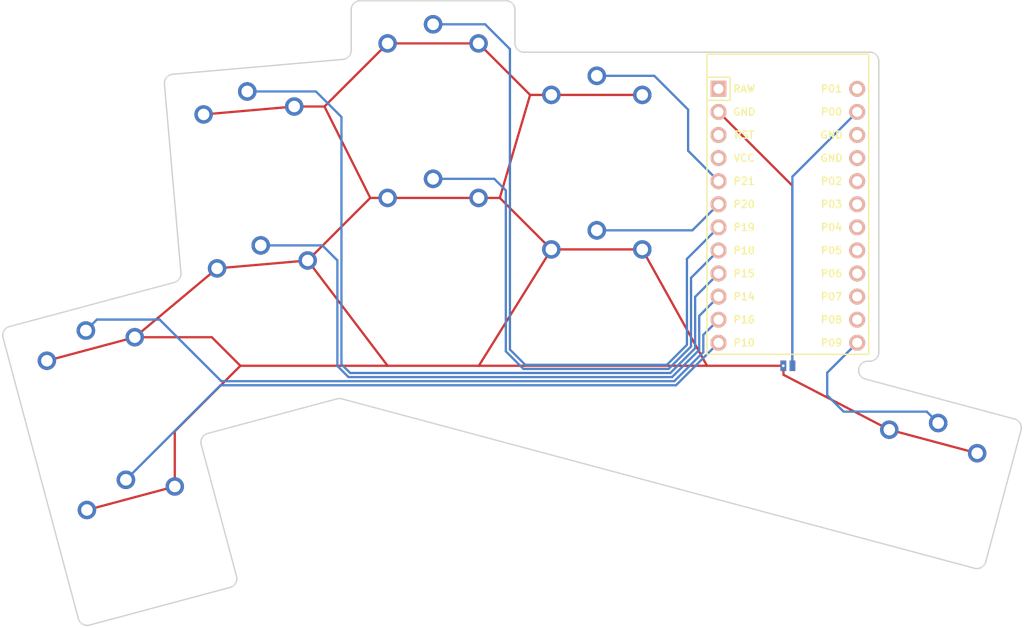
<source format=kicad_pcb>
(kicad_pcb (version 20171130) (host pcbnew "(5.1.9)-1")

  (general
    (thickness 1.6)
    (drawings 35)
    (tracks 91)
    (zones 0)
    (modules 13)
    (nets 23)
  )

  (page A3)
  (title_block
    (title KEYBOARD_NAME_HERE)
    (rev VERSION_HERE)
    (company YOUR_NAME_HERE)
  )

  (layers
    (0 F.Cu signal)
    (31 B.Cu signal)
    (32 B.Adhes user)
    (33 F.Adhes user)
    (34 B.Paste user)
    (35 F.Paste user)
    (36 B.SilkS user)
    (37 F.SilkS user)
    (38 B.Mask user)
    (39 F.Mask user)
    (40 Dwgs.User user hide)
    (41 Cmts.User user)
    (42 Eco1.User user)
    (43 Eco2.User user)
    (44 Edge.Cuts user)
    (45 Margin user)
    (46 B.CrtYd user)
    (47 F.CrtYd user)
    (48 B.Fab user)
    (49 F.Fab user)
  )

  (setup
    (last_trace_width 0.25)
    (trace_clearance 0.2)
    (zone_clearance 0.508)
    (zone_45_only no)
    (trace_min 0.2)
    (via_size 0.8)
    (via_drill 0.4)
    (via_min_size 0.4)
    (via_min_drill 0.3)
    (uvia_size 0.3)
    (uvia_drill 0.1)
    (uvias_allowed no)
    (uvia_min_size 0.2)
    (uvia_min_drill 0.1)
    (edge_width 0.05)
    (segment_width 0.2)
    (pcb_text_width 0.3)
    (pcb_text_size 1.5 1.5)
    (mod_edge_width 0.12)
    (mod_text_size 1 1)
    (mod_text_width 0.15)
    (pad_size 1.524 1.524)
    (pad_drill 0.762)
    (pad_to_mask_clearance 0.05)
    (aux_axis_origin 0 0)
    (visible_elements 7FFFFFFF)
    (pcbplotparams
      (layerselection 0x010fc_ffffffff)
      (usegerberextensions false)
      (usegerberattributes true)
      (usegerberadvancedattributes true)
      (creategerberjobfile true)
      (excludeedgelayer true)
      (linewidth 0.100000)
      (plotframeref false)
      (viasonmask false)
      (mode 1)
      (useauxorigin false)
      (hpglpennumber 1)
      (hpglpenspeed 20)
      (hpglpendiameter 15.000000)
      (psnegative false)
      (psa4output false)
      (plotreference true)
      (plotvalue true)
      (plotinvisibletext false)
      (padsonsilk false)
      (subtractmaskfromsilk false)
      (outputformat 1)
      (mirror false)
      (drillshape 0)
      (scaleselection 1)
      (outputdirectory ""))
  )

  (net 0 "")
  (net 1 GND)
  (net 2 P10)
  (net 3 P16)
  (net 4 P14)
  (net 5 P15)
  (net 6 P18)
  (net 7 P19)
  (net 8 P20)
  (net 9 P21)
  (net 10 P9)
  (net 11 RAW)
  (net 12 RST)
  (net 13 VCC)
  (net 14 P1)
  (net 15 P0)
  (net 16 P2)
  (net 17 P3)
  (net 18 P4)
  (net 19 P5)
  (net 20 P6)
  (net 21 P7)
  (net 22 P8)

  (net_class Default "This is the default net class."
    (clearance 0.2)
    (trace_width 0.25)
    (via_dia 0.8)
    (via_drill 0.4)
    (uvia_dia 0.3)
    (uvia_drill 0.1)
    (add_net GND)
    (add_net P0)
    (add_net P1)
    (add_net P10)
    (add_net P14)
    (add_net P15)
    (add_net P16)
    (add_net P18)
    (add_net P19)
    (add_net P2)
    (add_net P20)
    (add_net P21)
    (add_net P3)
    (add_net P4)
    (add_net P5)
    (add_net P6)
    (add_net P7)
    (add_net P8)
    (add_net P9)
    (add_net RAW)
    (add_net RST)
    (add_net VCC)
  )

  (module PG1350 (layer F.Cu) (tedit 5DD50112) (tstamp 0)
    (at 13.600076 0.579261 15)
    (fp_text reference S1 (at 0 0) (layer F.SilkS) hide
      (effects (font (size 1.27 1.27) (thickness 0.15)))
    )
    (fp_text value "" (at 0 0) (layer F.SilkS) hide
      (effects (font (size 1.27 1.27) (thickness 0.15)))
    )
    (fp_line (start -7 -6) (end -7 -7) (layer Dwgs.User) (width 0.15))
    (fp_line (start -7 7) (end -6 7) (layer Dwgs.User) (width 0.15))
    (fp_line (start -6 -7) (end -7 -7) (layer Dwgs.User) (width 0.15))
    (fp_line (start -7 7) (end -7 6) (layer Dwgs.User) (width 0.15))
    (fp_line (start 7 6) (end 7 7) (layer Dwgs.User) (width 0.15))
    (fp_line (start 7 -7) (end 6 -7) (layer Dwgs.User) (width 0.15))
    (fp_line (start 6 7) (end 7 7) (layer Dwgs.User) (width 0.15))
    (fp_line (start 7 -7) (end 7 -6) (layer Dwgs.User) (width 0.15))
    (fp_line (start -9 -8.5) (end 9 -8.5) (layer Dwgs.User) (width 0.15))
    (fp_line (start 9 -8.5) (end 9 8.5) (layer Dwgs.User) (width 0.15))
    (fp_line (start 9 8.5) (end -9 8.5) (layer Dwgs.User) (width 0.15))
    (fp_line (start -9 8.5) (end -9 -8.5) (layer Dwgs.User) (width 0.15))
    (pad "" np_thru_hole circle (at 0 0) (size 3.429 3.429) (drill 3.429) (layers *.Cu *.Mask))
    (pad "" np_thru_hole circle (at 5.5 0) (size 1.7018 1.7018) (drill 1.7018) (layers *.Cu *.Mask))
    (pad "" np_thru_hole circle (at -5.5 0) (size 1.7018 1.7018) (drill 1.7018) (layers *.Cu *.Mask))
    (pad 1 thru_hole circle (at 5 -3.8) (size 2.032 2.032) (drill 1.27) (layers *.Cu *.Mask)
      (net 1 GND))
    (pad 2 thru_hole circle (at 0 -5.9) (size 2.032 2.032) (drill 1.27) (layers *.Cu *.Mask)
      (net 2 P10))
    (pad 1 thru_hole circle (at -5 -3.8) (size 2.032 2.032) (drill 1.27) (layers *.Cu *.Mask)
      (net 1 GND))
    (pad 2 thru_hole circle (at 0 -5.9) (size 2.032 2.032) (drill 1.27) (layers *.Cu *.Mask)
      (net 2 P10))
  )

  (module PG1350 (layer F.Cu) (tedit 5DD50112) (tstamp 0)
    (at 9.200153 -15.841478 15)
    (fp_text reference S2 (at 0 0) (layer F.SilkS) hide
      (effects (font (size 1.27 1.27) (thickness 0.15)))
    )
    (fp_text value "" (at 0 0) (layer F.SilkS) hide
      (effects (font (size 1.27 1.27) (thickness 0.15)))
    )
    (fp_line (start -7 -6) (end -7 -7) (layer Dwgs.User) (width 0.15))
    (fp_line (start -7 7) (end -6 7) (layer Dwgs.User) (width 0.15))
    (fp_line (start -6 -7) (end -7 -7) (layer Dwgs.User) (width 0.15))
    (fp_line (start -7 7) (end -7 6) (layer Dwgs.User) (width 0.15))
    (fp_line (start 7 6) (end 7 7) (layer Dwgs.User) (width 0.15))
    (fp_line (start 7 -7) (end 6 -7) (layer Dwgs.User) (width 0.15))
    (fp_line (start 6 7) (end 7 7) (layer Dwgs.User) (width 0.15))
    (fp_line (start 7 -7) (end 7 -6) (layer Dwgs.User) (width 0.15))
    (fp_line (start -9 -8.5) (end 9 -8.5) (layer Dwgs.User) (width 0.15))
    (fp_line (start 9 -8.5) (end 9 8.5) (layer Dwgs.User) (width 0.15))
    (fp_line (start 9 8.5) (end -9 8.5) (layer Dwgs.User) (width 0.15))
    (fp_line (start -9 8.5) (end -9 -8.5) (layer Dwgs.User) (width 0.15))
    (pad "" np_thru_hole circle (at 0 0) (size 3.429 3.429) (drill 3.429) (layers *.Cu *.Mask))
    (pad "" np_thru_hole circle (at 5.5 0) (size 1.7018 1.7018) (drill 1.7018) (layers *.Cu *.Mask))
    (pad "" np_thru_hole circle (at -5.5 0) (size 1.7018 1.7018) (drill 1.7018) (layers *.Cu *.Mask))
    (pad 1 thru_hole circle (at 5 -3.8) (size 2.032 2.032) (drill 1.27) (layers *.Cu *.Mask)
      (net 1 GND))
    (pad 2 thru_hole circle (at 0 -5.9) (size 2.032 2.032) (drill 1.27) (layers *.Cu *.Mask)
      (net 3 P16))
    (pad 1 thru_hole circle (at -5 -3.8) (size 2.032 2.032) (drill 1.27) (layers *.Cu *.Mask)
      (net 1 GND))
    (pad 2 thru_hole circle (at 0 -5.9) (size 2.032 2.032) (drill 1.27) (layers *.Cu *.Mask)
      (net 3 P16))
  )

  (module PG1350 (layer F.Cu) (tedit 5DD50112) (tstamp 0)
    (at 27.408918 -25.032821 5)
    (fp_text reference S3 (at 0 0) (layer F.SilkS) hide
      (effects (font (size 1.27 1.27) (thickness 0.15)))
    )
    (fp_text value "" (at 0 0) (layer F.SilkS) hide
      (effects (font (size 1.27 1.27) (thickness 0.15)))
    )
    (fp_line (start -7 -6) (end -7 -7) (layer Dwgs.User) (width 0.15))
    (fp_line (start -7 7) (end -6 7) (layer Dwgs.User) (width 0.15))
    (fp_line (start -6 -7) (end -7 -7) (layer Dwgs.User) (width 0.15))
    (fp_line (start -7 7) (end -7 6) (layer Dwgs.User) (width 0.15))
    (fp_line (start 7 6) (end 7 7) (layer Dwgs.User) (width 0.15))
    (fp_line (start 7 -7) (end 6 -7) (layer Dwgs.User) (width 0.15))
    (fp_line (start 6 7) (end 7 7) (layer Dwgs.User) (width 0.15))
    (fp_line (start 7 -7) (end 7 -6) (layer Dwgs.User) (width 0.15))
    (fp_line (start -9 -8.5) (end 9 -8.5) (layer Dwgs.User) (width 0.15))
    (fp_line (start 9 -8.5) (end 9 8.5) (layer Dwgs.User) (width 0.15))
    (fp_line (start 9 8.5) (end -9 8.5) (layer Dwgs.User) (width 0.15))
    (fp_line (start -9 8.5) (end -9 -8.5) (layer Dwgs.User) (width 0.15))
    (pad "" np_thru_hole circle (at 0 0) (size 3.429 3.429) (drill 3.429) (layers *.Cu *.Mask))
    (pad "" np_thru_hole circle (at 5.5 0) (size 1.7018 1.7018) (drill 1.7018) (layers *.Cu *.Mask))
    (pad "" np_thru_hole circle (at -5.5 0) (size 1.7018 1.7018) (drill 1.7018) (layers *.Cu *.Mask))
    (pad 1 thru_hole circle (at 5 -3.8) (size 2.032 2.032) (drill 1.27) (layers *.Cu *.Mask)
      (net 1 GND))
    (pad 2 thru_hole circle (at 0 -5.9) (size 2.032 2.032) (drill 1.27) (layers *.Cu *.Mask)
      (net 4 P14))
    (pad 1 thru_hole circle (at -5 -3.8) (size 2.032 2.032) (drill 1.27) (layers *.Cu *.Mask)
      (net 1 GND))
    (pad 2 thru_hole circle (at 0 -5.9) (size 2.032 2.032) (drill 1.27) (layers *.Cu *.Mask)
      (net 4 P14))
  )

  (module PG1350 (layer F.Cu) (tedit 5DD50112) (tstamp 0)
    (at 25.92727 -41.968131 5)
    (fp_text reference S4 (at 0 0) (layer F.SilkS) hide
      (effects (font (size 1.27 1.27) (thickness 0.15)))
    )
    (fp_text value "" (at 0 0) (layer F.SilkS) hide
      (effects (font (size 1.27 1.27) (thickness 0.15)))
    )
    (fp_line (start -7 -6) (end -7 -7) (layer Dwgs.User) (width 0.15))
    (fp_line (start -7 7) (end -6 7) (layer Dwgs.User) (width 0.15))
    (fp_line (start -6 -7) (end -7 -7) (layer Dwgs.User) (width 0.15))
    (fp_line (start -7 7) (end -7 6) (layer Dwgs.User) (width 0.15))
    (fp_line (start 7 6) (end 7 7) (layer Dwgs.User) (width 0.15))
    (fp_line (start 7 -7) (end 6 -7) (layer Dwgs.User) (width 0.15))
    (fp_line (start 6 7) (end 7 7) (layer Dwgs.User) (width 0.15))
    (fp_line (start 7 -7) (end 7 -6) (layer Dwgs.User) (width 0.15))
    (fp_line (start -9 -8.5) (end 9 -8.5) (layer Dwgs.User) (width 0.15))
    (fp_line (start 9 -8.5) (end 9 8.5) (layer Dwgs.User) (width 0.15))
    (fp_line (start 9 8.5) (end -9 8.5) (layer Dwgs.User) (width 0.15))
    (fp_line (start -9 8.5) (end -9 -8.5) (layer Dwgs.User) (width 0.15))
    (pad "" np_thru_hole circle (at 0 0) (size 3.429 3.429) (drill 3.429) (layers *.Cu *.Mask))
    (pad "" np_thru_hole circle (at 5.5 0) (size 1.7018 1.7018) (drill 1.7018) (layers *.Cu *.Mask))
    (pad "" np_thru_hole circle (at -5.5 0) (size 1.7018 1.7018) (drill 1.7018) (layers *.Cu *.Mask))
    (pad 1 thru_hole circle (at 5 -3.8) (size 2.032 2.032) (drill 1.27) (layers *.Cu *.Mask)
      (net 1 GND))
    (pad 2 thru_hole circle (at 0 -5.9) (size 2.032 2.032) (drill 1.27) (layers *.Cu *.Mask)
      (net 5 P15))
    (pad 1 thru_hole circle (at -5 -3.8) (size 2.032 2.032) (drill 1.27) (layers *.Cu *.Mask)
      (net 1 GND))
    (pad 2 thru_hole circle (at 0 -5.9) (size 2.032 2.032) (drill 1.27) (layers *.Cu *.Mask)
      (net 5 P15))
  )

  (module PG1350 (layer F.Cu) (tedit 5DD50112) (tstamp 0)
    (at 45.842735 -32.333883)
    (fp_text reference S5 (at 0 0) (layer F.SilkS) hide
      (effects (font (size 1.27 1.27) (thickness 0.15)))
    )
    (fp_text value "" (at 0 0) (layer F.SilkS) hide
      (effects (font (size 1.27 1.27) (thickness 0.15)))
    )
    (fp_line (start -7 -6) (end -7 -7) (layer Dwgs.User) (width 0.15))
    (fp_line (start -7 7) (end -6 7) (layer Dwgs.User) (width 0.15))
    (fp_line (start -6 -7) (end -7 -7) (layer Dwgs.User) (width 0.15))
    (fp_line (start -7 7) (end -7 6) (layer Dwgs.User) (width 0.15))
    (fp_line (start 7 6) (end 7 7) (layer Dwgs.User) (width 0.15))
    (fp_line (start 7 -7) (end 6 -7) (layer Dwgs.User) (width 0.15))
    (fp_line (start 6 7) (end 7 7) (layer Dwgs.User) (width 0.15))
    (fp_line (start 7 -7) (end 7 -6) (layer Dwgs.User) (width 0.15))
    (fp_line (start -9 -8.5) (end 9 -8.5) (layer Dwgs.User) (width 0.15))
    (fp_line (start 9 -8.5) (end 9 8.5) (layer Dwgs.User) (width 0.15))
    (fp_line (start 9 8.5) (end -9 8.5) (layer Dwgs.User) (width 0.15))
    (fp_line (start -9 8.5) (end -9 -8.5) (layer Dwgs.User) (width 0.15))
    (pad "" np_thru_hole circle (at 0 0) (size 3.429 3.429) (drill 3.429) (layers *.Cu *.Mask))
    (pad "" np_thru_hole circle (at 5.5 0) (size 1.7018 1.7018) (drill 1.7018) (layers *.Cu *.Mask))
    (pad "" np_thru_hole circle (at -5.5 0) (size 1.7018 1.7018) (drill 1.7018) (layers *.Cu *.Mask))
    (pad 1 thru_hole circle (at 5 -3.8) (size 2.032 2.032) (drill 1.27) (layers *.Cu *.Mask)
      (net 1 GND))
    (pad 2 thru_hole circle (at 0 -5.9) (size 2.032 2.032) (drill 1.27) (layers *.Cu *.Mask)
      (net 6 P18))
    (pad 1 thru_hole circle (at -5 -3.8) (size 2.032 2.032) (drill 1.27) (layers *.Cu *.Mask)
      (net 1 GND))
    (pad 2 thru_hole circle (at 0 -5.9) (size 2.032 2.032) (drill 1.27) (layers *.Cu *.Mask)
      (net 6 P18))
  )

  (module PG1350 (layer F.Cu) (tedit 5DD50112) (tstamp 0)
    (at 45.842735 -49.333883)
    (fp_text reference S6 (at 0 0) (layer F.SilkS) hide
      (effects (font (size 1.27 1.27) (thickness 0.15)))
    )
    (fp_text value "" (at 0 0) (layer F.SilkS) hide
      (effects (font (size 1.27 1.27) (thickness 0.15)))
    )
    (fp_line (start -7 -6) (end -7 -7) (layer Dwgs.User) (width 0.15))
    (fp_line (start -7 7) (end -6 7) (layer Dwgs.User) (width 0.15))
    (fp_line (start -6 -7) (end -7 -7) (layer Dwgs.User) (width 0.15))
    (fp_line (start -7 7) (end -7 6) (layer Dwgs.User) (width 0.15))
    (fp_line (start 7 6) (end 7 7) (layer Dwgs.User) (width 0.15))
    (fp_line (start 7 -7) (end 6 -7) (layer Dwgs.User) (width 0.15))
    (fp_line (start 6 7) (end 7 7) (layer Dwgs.User) (width 0.15))
    (fp_line (start 7 -7) (end 7 -6) (layer Dwgs.User) (width 0.15))
    (fp_line (start -9 -8.5) (end 9 -8.5) (layer Dwgs.User) (width 0.15))
    (fp_line (start 9 -8.5) (end 9 8.5) (layer Dwgs.User) (width 0.15))
    (fp_line (start 9 8.5) (end -9 8.5) (layer Dwgs.User) (width 0.15))
    (fp_line (start -9 8.5) (end -9 -8.5) (layer Dwgs.User) (width 0.15))
    (pad "" np_thru_hole circle (at 0 0) (size 3.429 3.429) (drill 3.429) (layers *.Cu *.Mask))
    (pad "" np_thru_hole circle (at 5.5 0) (size 1.7018 1.7018) (drill 1.7018) (layers *.Cu *.Mask))
    (pad "" np_thru_hole circle (at -5.5 0) (size 1.7018 1.7018) (drill 1.7018) (layers *.Cu *.Mask))
    (pad 1 thru_hole circle (at 5 -3.8) (size 2.032 2.032) (drill 1.27) (layers *.Cu *.Mask)
      (net 1 GND))
    (pad 2 thru_hole circle (at 0 -5.9) (size 2.032 2.032) (drill 1.27) (layers *.Cu *.Mask)
      (net 7 P19))
    (pad 1 thru_hole circle (at -5 -3.8) (size 2.032 2.032) (drill 1.27) (layers *.Cu *.Mask)
      (net 1 GND))
    (pad 2 thru_hole circle (at 0 -5.9) (size 2.032 2.032) (drill 1.27) (layers *.Cu *.Mask)
      (net 7 P19))
  )

  (module PG1350 (layer F.Cu) (tedit 5DD50112) (tstamp 0)
    (at 63.842735 -26.667217)
    (fp_text reference S7 (at 0 0) (layer F.SilkS) hide
      (effects (font (size 1.27 1.27) (thickness 0.15)))
    )
    (fp_text value "" (at 0 0) (layer F.SilkS) hide
      (effects (font (size 1.27 1.27) (thickness 0.15)))
    )
    (fp_line (start -7 -6) (end -7 -7) (layer Dwgs.User) (width 0.15))
    (fp_line (start -7 7) (end -6 7) (layer Dwgs.User) (width 0.15))
    (fp_line (start -6 -7) (end -7 -7) (layer Dwgs.User) (width 0.15))
    (fp_line (start -7 7) (end -7 6) (layer Dwgs.User) (width 0.15))
    (fp_line (start 7 6) (end 7 7) (layer Dwgs.User) (width 0.15))
    (fp_line (start 7 -7) (end 6 -7) (layer Dwgs.User) (width 0.15))
    (fp_line (start 6 7) (end 7 7) (layer Dwgs.User) (width 0.15))
    (fp_line (start 7 -7) (end 7 -6) (layer Dwgs.User) (width 0.15))
    (fp_line (start -9 -8.5) (end 9 -8.5) (layer Dwgs.User) (width 0.15))
    (fp_line (start 9 -8.5) (end 9 8.5) (layer Dwgs.User) (width 0.15))
    (fp_line (start 9 8.5) (end -9 8.5) (layer Dwgs.User) (width 0.15))
    (fp_line (start -9 8.5) (end -9 -8.5) (layer Dwgs.User) (width 0.15))
    (pad "" np_thru_hole circle (at 0 0) (size 3.429 3.429) (drill 3.429) (layers *.Cu *.Mask))
    (pad "" np_thru_hole circle (at 5.5 0) (size 1.7018 1.7018) (drill 1.7018) (layers *.Cu *.Mask))
    (pad "" np_thru_hole circle (at -5.5 0) (size 1.7018 1.7018) (drill 1.7018) (layers *.Cu *.Mask))
    (pad 1 thru_hole circle (at 5 -3.8) (size 2.032 2.032) (drill 1.27) (layers *.Cu *.Mask)
      (net 1 GND))
    (pad 2 thru_hole circle (at 0 -5.9) (size 2.032 2.032) (drill 1.27) (layers *.Cu *.Mask)
      (net 8 P20))
    (pad 1 thru_hole circle (at -5 -3.8) (size 2.032 2.032) (drill 1.27) (layers *.Cu *.Mask)
      (net 1 GND))
    (pad 2 thru_hole circle (at 0 -5.9) (size 2.032 2.032) (drill 1.27) (layers *.Cu *.Mask)
      (net 8 P20))
  )

  (module PG1350 (layer F.Cu) (tedit 5DD50112) (tstamp 0)
    (at 63.842735 -43.667217)
    (fp_text reference S8 (at 0 0) (layer F.SilkS) hide
      (effects (font (size 1.27 1.27) (thickness 0.15)))
    )
    (fp_text value "" (at 0 0) (layer F.SilkS) hide
      (effects (font (size 1.27 1.27) (thickness 0.15)))
    )
    (fp_line (start -7 -6) (end -7 -7) (layer Dwgs.User) (width 0.15))
    (fp_line (start -7 7) (end -6 7) (layer Dwgs.User) (width 0.15))
    (fp_line (start -6 -7) (end -7 -7) (layer Dwgs.User) (width 0.15))
    (fp_line (start -7 7) (end -7 6) (layer Dwgs.User) (width 0.15))
    (fp_line (start 7 6) (end 7 7) (layer Dwgs.User) (width 0.15))
    (fp_line (start 7 -7) (end 6 -7) (layer Dwgs.User) (width 0.15))
    (fp_line (start 6 7) (end 7 7) (layer Dwgs.User) (width 0.15))
    (fp_line (start 7 -7) (end 7 -6) (layer Dwgs.User) (width 0.15))
    (fp_line (start -9 -8.5) (end 9 -8.5) (layer Dwgs.User) (width 0.15))
    (fp_line (start 9 -8.5) (end 9 8.5) (layer Dwgs.User) (width 0.15))
    (fp_line (start 9 8.5) (end -9 8.5) (layer Dwgs.User) (width 0.15))
    (fp_line (start -9 8.5) (end -9 -8.5) (layer Dwgs.User) (width 0.15))
    (pad "" np_thru_hole circle (at 0 0) (size 3.429 3.429) (drill 3.429) (layers *.Cu *.Mask))
    (pad "" np_thru_hole circle (at 5.5 0) (size 1.7018 1.7018) (drill 1.7018) (layers *.Cu *.Mask))
    (pad "" np_thru_hole circle (at -5.5 0) (size 1.7018 1.7018) (drill 1.7018) (layers *.Cu *.Mask))
    (pad 1 thru_hole circle (at 5 -3.8) (size 2.032 2.032) (drill 1.27) (layers *.Cu *.Mask)
      (net 1 GND))
    (pad 2 thru_hole circle (at 0 -5.9) (size 2.032 2.032) (drill 1.27) (layers *.Cu *.Mask)
      (net 9 P21))
    (pad 1 thru_hole circle (at -5 -3.8) (size 2.032 2.032) (drill 1.27) (layers *.Cu *.Mask)
      (net 1 GND))
    (pad 2 thru_hole circle (at 0 -5.9) (size 2.032 2.032) (drill 1.27) (layers *.Cu *.Mask)
      (net 9 P21))
  )

  (module PG1350 (layer F.Cu) (tedit 5DD50112) (tstamp 0)
    (at 99.842735 -5.667217 345)
    (fp_text reference S9 (at 0 0) (layer F.SilkS) hide
      (effects (font (size 1.27 1.27) (thickness 0.15)))
    )
    (fp_text value "" (at 0 0) (layer F.SilkS) hide
      (effects (font (size 1.27 1.27) (thickness 0.15)))
    )
    (fp_line (start -7 -6) (end -7 -7) (layer Dwgs.User) (width 0.15))
    (fp_line (start -7 7) (end -6 7) (layer Dwgs.User) (width 0.15))
    (fp_line (start -6 -7) (end -7 -7) (layer Dwgs.User) (width 0.15))
    (fp_line (start -7 7) (end -7 6) (layer Dwgs.User) (width 0.15))
    (fp_line (start 7 6) (end 7 7) (layer Dwgs.User) (width 0.15))
    (fp_line (start 7 -7) (end 6 -7) (layer Dwgs.User) (width 0.15))
    (fp_line (start 6 7) (end 7 7) (layer Dwgs.User) (width 0.15))
    (fp_line (start 7 -7) (end 7 -6) (layer Dwgs.User) (width 0.15))
    (fp_line (start -9 -8.5) (end 9 -8.5) (layer Dwgs.User) (width 0.15))
    (fp_line (start 9 -8.5) (end 9 8.5) (layer Dwgs.User) (width 0.15))
    (fp_line (start 9 8.5) (end -9 8.5) (layer Dwgs.User) (width 0.15))
    (fp_line (start -9 8.5) (end -9 -8.5) (layer Dwgs.User) (width 0.15))
    (pad "" np_thru_hole circle (at 0 0) (size 3.429 3.429) (drill 3.429) (layers *.Cu *.Mask))
    (pad "" np_thru_hole circle (at 5.5 0) (size 1.7018 1.7018) (drill 1.7018) (layers *.Cu *.Mask))
    (pad "" np_thru_hole circle (at -5.5 0) (size 1.7018 1.7018) (drill 1.7018) (layers *.Cu *.Mask))
    (pad 1 thru_hole circle (at 5 -3.8) (size 2.032 2.032) (drill 1.27) (layers *.Cu *.Mask)
      (net 1 GND))
    (pad 2 thru_hole circle (at 0 -5.9) (size 2.032 2.032) (drill 1.27) (layers *.Cu *.Mask)
      (net 10 P9))
    (pad 1 thru_hole circle (at -5 -3.8) (size 2.032 2.032) (drill 1.27) (layers *.Cu *.Mask)
      (net 1 GND))
    (pad 2 thru_hole circle (at 0 -5.9) (size 2.032 2.032) (drill 1.27) (layers *.Cu *.Mask)
      (net 10 P9))
  )

  (module ProMicro (layer F.Cu) (tedit 5B307E4C) (tstamp 0)
    (at 84.842735 -34.167217 270)
    (fp_text reference C1 (at 0 0) (layer F.SilkS) hide
      (effects (font (size 1.27 1.27) (thickness 0.15)))
    )
    (fp_text value "" (at 0 0) (layer F.SilkS) hide
      (effects (font (size 1.27 1.27) (thickness 0.15)))
    )
    (fp_line (start -19.304 -3.81) (end -14.224 -3.81) (layer Dwgs.User) (width 0.15))
    (fp_line (start -19.304 3.81) (end -19.304 -3.81) (layer Dwgs.User) (width 0.15))
    (fp_line (start -14.224 3.81) (end -19.304 3.81) (layer Dwgs.User) (width 0.15))
    (fp_line (start -14.224 -3.81) (end -14.224 3.81) (layer Dwgs.User) (width 0.15))
    (fp_line (start -17.78 8.89) (end 15.24 8.89) (layer F.SilkS) (width 0.15))
    (fp_line (start 15.24 8.89) (end 15.24 -8.89) (layer F.SilkS) (width 0.15))
    (fp_line (start 15.24 -8.89) (end -17.78 -8.89) (layer F.SilkS) (width 0.15))
    (fp_line (start -17.78 -8.89) (end -17.78 8.89) (layer F.SilkS) (width 0.15))
    (fp_line (start -15.24 6.35) (end -12.7 6.35) (layer F.SilkS) (width 0.15))
    (fp_line (start -15.24 6.35) (end -15.24 8.89) (layer F.SilkS) (width 0.15))
    (fp_line (start -12.7 6.35) (end -12.7 8.89) (layer F.SilkS) (width 0.15))
    (fp_text user RAW (at -13.97 4.8) (layer F.SilkS)
      (effects (font (size 0.8 0.8) (thickness 0.15)))
    )
    (fp_text user GND (at -11.43 4.8) (layer F.SilkS)
      (effects (font (size 0.8 0.8) (thickness 0.15)))
    )
    (fp_text user RST (at -8.89 4.8) (layer F.SilkS)
      (effects (font (size 0.8 0.8) (thickness 0.15)))
    )
    (fp_text user VCC (at -6.35 4.8) (layer F.SilkS)
      (effects (font (size 0.8 0.8) (thickness 0.15)))
    )
    (fp_text user P21 (at -3.81 4.8) (layer F.SilkS)
      (effects (font (size 0.8 0.8) (thickness 0.15)))
    )
    (fp_text user P20 (at -1.27 4.8) (layer F.SilkS)
      (effects (font (size 0.8 0.8) (thickness 0.15)))
    )
    (fp_text user P19 (at 1.27 4.8) (layer F.SilkS)
      (effects (font (size 0.8 0.8) (thickness 0.15)))
    )
    (fp_text user P18 (at 3.81 4.8) (layer F.SilkS)
      (effects (font (size 0.8 0.8) (thickness 0.15)))
    )
    (fp_text user P15 (at 6.35 4.8) (layer F.SilkS)
      (effects (font (size 0.8 0.8) (thickness 0.15)))
    )
    (fp_text user P14 (at 8.89 4.8) (layer F.SilkS)
      (effects (font (size 0.8 0.8) (thickness 0.15)))
    )
    (fp_text user P16 (at 11.43 4.8) (layer F.SilkS)
      (effects (font (size 0.8 0.8) (thickness 0.15)))
    )
    (fp_text user P10 (at 13.97 4.8) (layer F.SilkS)
      (effects (font (size 0.8 0.8) (thickness 0.15)))
    )
    (fp_text user P01 (at -13.97 -4.8) (layer F.SilkS)
      (effects (font (size 0.8 0.8) (thickness 0.15)))
    )
    (fp_text user P00 (at -11.43 -4.8) (layer F.SilkS)
      (effects (font (size 0.8 0.8) (thickness 0.15)))
    )
    (fp_text user GND (at -8.89 -4.8) (layer F.SilkS)
      (effects (font (size 0.8 0.8) (thickness 0.15)))
    )
    (fp_text user GND (at -6.35 -4.8) (layer F.SilkS)
      (effects (font (size 0.8 0.8) (thickness 0.15)))
    )
    (fp_text user P02 (at -3.81 -4.8) (layer F.SilkS)
      (effects (font (size 0.8 0.8) (thickness 0.15)))
    )
    (fp_text user P03 (at -1.27 -4.8) (layer F.SilkS)
      (effects (font (size 0.8 0.8) (thickness 0.15)))
    )
    (fp_text user P04 (at 1.27 -4.8) (layer F.SilkS)
      (effects (font (size 0.8 0.8) (thickness 0.15)))
    )
    (fp_text user P05 (at 3.81 -4.8) (layer F.SilkS)
      (effects (font (size 0.8 0.8) (thickness 0.15)))
    )
    (fp_text user P06 (at 6.35 -4.8) (layer F.SilkS)
      (effects (font (size 0.8 0.8) (thickness 0.15)))
    )
    (fp_text user P07 (at 8.89 -4.8) (layer F.SilkS)
      (effects (font (size 0.8 0.8) (thickness 0.15)))
    )
    (fp_text user P08 (at 11.43 -4.8) (layer F.SilkS)
      (effects (font (size 0.8 0.8) (thickness 0.15)))
    )
    (fp_text user P09 (at 13.97 -4.8) (layer F.SilkS)
      (effects (font (size 0.8 0.8) (thickness 0.15)))
    )
    (pad 1 thru_hole rect (at -13.97 7.62 270) (size 1.7526 1.7526) (drill 1.0922) (layers *.Cu *.SilkS *.Mask)
      (net 11 RAW))
    (pad 2 thru_hole circle (at -11.43 7.62) (size 1.7526 1.7526) (drill 1.0922) (layers *.Cu *.SilkS *.Mask)
      (net 1 GND))
    (pad 3 thru_hole circle (at -8.89 7.62) (size 1.7526 1.7526) (drill 1.0922) (layers *.Cu *.SilkS *.Mask)
      (net 12 RST))
    (pad 4 thru_hole circle (at -6.35 7.62) (size 1.7526 1.7526) (drill 1.0922) (layers *.Cu *.SilkS *.Mask)
      (net 13 VCC))
    (pad 5 thru_hole circle (at -3.81 7.62) (size 1.7526 1.7526) (drill 1.0922) (layers *.Cu *.SilkS *.Mask)
      (net 9 P21))
    (pad 6 thru_hole circle (at -1.27 7.62) (size 1.7526 1.7526) (drill 1.0922) (layers *.Cu *.SilkS *.Mask)
      (net 8 P20))
    (pad 7 thru_hole circle (at 1.27 7.62) (size 1.7526 1.7526) (drill 1.0922) (layers *.Cu *.SilkS *.Mask)
      (net 7 P19))
    (pad 8 thru_hole circle (at 3.81 7.62) (size 1.7526 1.7526) (drill 1.0922) (layers *.Cu *.SilkS *.Mask)
      (net 6 P18))
    (pad 9 thru_hole circle (at 6.35 7.62) (size 1.7526 1.7526) (drill 1.0922) (layers *.Cu *.SilkS *.Mask)
      (net 5 P15))
    (pad 10 thru_hole circle (at 8.89 7.62) (size 1.7526 1.7526) (drill 1.0922) (layers *.Cu *.SilkS *.Mask)
      (net 4 P14))
    (pad 11 thru_hole circle (at 11.43 7.62) (size 1.7526 1.7526) (drill 1.0922) (layers *.Cu *.SilkS *.Mask)
      (net 3 P16))
    (pad 12 thru_hole circle (at 13.97 7.62) (size 1.7526 1.7526) (drill 1.0922) (layers *.Cu *.SilkS *.Mask)
      (net 2 P10))
    (pad 13 thru_hole circle (at -13.97 -7.62) (size 1.7526 1.7526) (drill 1.0922) (layers *.Cu *.SilkS *.Mask)
      (net 14 P1))
    (pad 14 thru_hole circle (at -11.43 -7.62) (size 1.7526 1.7526) (drill 1.0922) (layers *.Cu *.SilkS *.Mask)
      (net 15 P0))
    (pad 15 thru_hole circle (at -8.89 -7.62) (size 1.7526 1.7526) (drill 1.0922) (layers *.Cu *.SilkS *.Mask)
      (net 1 GND))
    (pad 16 thru_hole circle (at -6.35 -7.62) (size 1.7526 1.7526) (drill 1.0922) (layers *.Cu *.SilkS *.Mask)
      (net 1 GND))
    (pad 17 thru_hole circle (at -3.81 -7.62) (size 1.7526 1.7526) (drill 1.0922) (layers *.Cu *.SilkS *.Mask)
      (net 16 P2))
    (pad 18 thru_hole circle (at -1.27 -7.62) (size 1.7526 1.7526) (drill 1.0922) (layers *.Cu *.SilkS *.Mask)
      (net 17 P3))
    (pad 19 thru_hole circle (at 1.27 -7.62) (size 1.7526 1.7526) (drill 1.0922) (layers *.Cu *.SilkS *.Mask)
      (net 18 P4))
    (pad 20 thru_hole circle (at 3.81 -7.62) (size 1.7526 1.7526) (drill 1.0922) (layers *.Cu *.SilkS *.Mask)
      (net 19 P5))
    (pad 21 thru_hole circle (at 6.35 -7.62) (size 1.7526 1.7526) (drill 1.0922) (layers *.Cu *.SilkS *.Mask)
      (net 20 P6))
    (pad 22 thru_hole circle (at 8.89 -7.62) (size 1.7526 1.7526) (drill 1.0922) (layers *.Cu *.SilkS *.Mask)
      (net 21 P7))
    (pad 23 thru_hole circle (at 11.43 -7.62) (size 1.7526 1.7526) (drill 1.0922) (layers *.Cu *.SilkS *.Mask)
      (net 22 P8))
    (pad 24 thru_hole circle (at 13.97 -7.62) (size 1.7526 1.7526) (drill 1.0922) (layers *.Cu *.SilkS *.Mask)
      (net 10 P9))
  )

  (module lib:Jumper (layer F.Cu) (tedit 5E1ADAC2) (tstamp 0)
    (at 84.842735 -17.667217)
    (fp_text reference J1 (at 0 0) (layer F.SilkS) hide
      (effects (font (size 1.27 1.27) (thickness 0.15)))
    )
    (fp_text value Jumper (at 0 -7.3) (layer F.Fab)
      (effects (font (size 1 1) (thickness 0.15)))
    )
    (pad 1 smd rect (at -0.50038 0) (size 0.635 1.143) (layers F.Cu F.Paste F.Mask)
      (net 1 GND) (clearance 0.1905))
    (pad 2 smd rect (at 0.50038 0) (size 0.635 1.143) (layers F.Cu F.Paste F.Mask)
      (net 1 GND) (clearance 0.1905))
  )

  (module lib:Jumper (layer F.Cu) (tedit 5E1ADAC2) (tstamp 0)
    (at 84.842735 -17.667217)
    (fp_text reference J2 (at 0 0) (layer F.SilkS) hide
      (effects (font (size 1.27 1.27) (thickness 0.15)))
    )
    (fp_text value Jumper (at 0 -7.3) (layer F.Fab)
      (effects (font (size 1 1) (thickness 0.15)))
    )
    (pad 1 smd rect (at -0.50038 0) (size 0.635 1.143) (layers B.Cu B.Paste B.Mask)
      (net 1 GND) (clearance 0.1905))
    (pad 2 smd rect (at 0.50038 0) (size 0.635 1.143) (layers B.Cu B.Paste B.Mask)
      (net 15 P0) (clearance 0.1905))
  )

  (module VIA-0.6mm (layer F.Cu) (tedit 591DBFB0) (tstamp 0)
    (at 84.342735 -17.667217)
    (fp_text reference REF** (at 0 1.4) (layer F.SilkS) hide
      (effects (font (size 1 1) (thickness 0.15)))
    )
    (fp_text value VIA-0.6mm (at 0 -1.4) (layer F.Fab) hide
      (effects (font (size 1 1) (thickness 0.15)))
    )
    (pad 1 thru_hole circle (at 0 0) (size 0.6 0.6) (drill 0.3) (layers *.Cu)
      (net 1 GND) (zone_connect 2))
  )

  (gr_line (start 8.072632 10.860183) (end 23.527445 6.719078) (angle 90) (layer Edge.Cuts) (width 0.15))
  (gr_arc (start 23.268626 5.753152) (end 23.527445 6.719078) (angle -90) (layer Edge.Cuts) (width 0.15))
  (gr_line (start 20.352266 -8.994554) (end 24.234552 5.494333) (angle 90) (layer Edge.Cuts) (width 0.15))
  (gr_line (start -1.434323 -20.75655) (end 6.847887 10.153076) (angle 90) (layer Edge.Cuts) (width 0.15))
  (gr_arc (start 7.813812 9.894257) (end 6.847887 10.153076) (angle -90) (layer Edge.Cuts) (width 0.15))
  (gr_line (start -0.727216 -21.981295) (end 17.387354 -26.83508) (angle 90) (layer Edge.Cuts) (width 0.15))
  (gr_arc (start -0.468397 -21.015369) (end -0.727216 -21.981295) (angle -90) (layer Edge.Cuts) (width 0.15))
  (gr_line (start 35.277194 -14.028953) (end 21.059373 -10.219299) (angle 90) (layer Edge.Cuts) (width 0.15))
  (gr_line (start 17.789497 -31.719879) (end 18.124729 -27.888161) (angle 90) (layer Edge.Cuts) (width 0.15))
  (gr_line (start 17.789497 -31.719879) (end 17.615186 -33.712269) (angle 90) (layer Edge.Cuts) (width 0.15))
  (gr_line (start 16.30785 -48.655189) (end 17.615186 -33.712269) (angle 90) (layer Edge.Cuts) (width 0.15))
  (gr_line (start 17.216889 -49.73854) (end 35.92989 -51.375715) (angle 90) (layer Edge.Cuts) (width 0.15))
  (gr_arc (start 17.304044 -48.742345) (end 17.216889 -49.73854) (angle -90) (layer Edge.Cuts) (width 0.15))
  (gr_line (start 54.842735 -53.167217) (end 54.842735 -56.833883) (angle 90) (layer Edge.Cuts) (width 0.15))
  (gr_arc (start 53.842735 -56.833883) (end 54.842735 -56.833883) (angle -90) (layer Edge.Cuts) (width 0.15))
  (gr_line (start 53.842735 -57.833883) (end 37.842735 -57.833883) (angle 90) (layer Edge.Cuts) (width 0.15))
  (gr_arc (start 37.842735 -56.833883) (end 37.842735 -57.833883) (angle -90) (layer Edge.Cuts) (width 0.15))
  (gr_line (start 36.842735 -56.833883) (end 36.842735 -52.37191) (angle 90) (layer Edge.Cuts) (width 0.15))
  (gr_line (start 94.842735 -26.667217) (end 94.842735 -51.167217) (angle 90) (layer Edge.Cuts) (width 0.15))
  (gr_line (start 94.842735 -26.667217) (end 94.842735 -19.167217) (angle 90) (layer Edge.Cuts) (width 0.15))
  (gr_line (start 93.842735 -18.167217) (end 93.629332 -18.167217) (angle 90) (layer Edge.Cuts) (width 0.15))
  (gr_line (start 55.842735 -52.167217) (end 93.842735 -52.167217) (angle 90) (layer Edge.Cuts) (width 0.15))
  (gr_line (start 35.794832 -14.028953) (end 105.370179 4.613705) (angle 90) (layer Edge.Cuts) (width 0.15))
  (gr_arc (start 105.628998 3.64778) (end 105.370179 4.613705) (angle -90) (layer Edge.Cuts) (width 0.15))
  (gr_line (start 106.594924 3.906599) (end 110.47721 -10.582289) (angle 90) (layer Edge.Cuts) (width 0.15))
  (gr_arc (start 109.511284 -10.841108) (end 110.47721 -10.582289) (angle -90) (layer Edge.Cuts) (width 0.15))
  (gr_line (start 93.370513 -16.201291) (end 109.770103 -11.807034) (angle 90) (layer Edge.Cuts) (width 0.15))
  (gr_arc (start 21.318192 -9.253373) (end 21.059373 -10.219299) (angle -90) (layer Edge.Cuts) (width 0.15))
  (gr_arc (start 35.536013 -13.063027) (end 35.794832 -14.028953) (angle -29.99999579) (layer Edge.Cuts) (width 0.15))
  (gr_arc (start 93.629332 -17.167217) (end 93.629332 -18.167217) (angle -165.0000021) (layer Edge.Cuts) (width 0.15))
  (gr_arc (start 93.842735 -19.167217) (end 93.842735 -18.167217) (angle -90) (layer Edge.Cuts) (width 0.15))
  (gr_arc (start 93.842735 -51.167217) (end 94.842735 -51.167217) (angle -90) (layer Edge.Cuts) (width 0.15))
  (gr_arc (start 55.842735 -53.167217) (end 54.842735 -53.167217) (angle -90) (layer Edge.Cuts) (width 0.15))
  (gr_arc (start 35.842735 -52.37191) (end 35.92989 -51.375715) (angle -85.00000245) (layer Edge.Cuts) (width 0.15))
  (gr_arc (start 17.128535 -27.801005) (end 17.387354 -26.83508) (angle -79.99999966) (layer Edge.Cuts) (width 0.15))

  (segment (start 7.786934 -1.797162) (end 17.446193 -4.385352) (width 0.25) (layer F.Cu) (net 1))
  (segment (start 3.387011 -18.217901) (end 13.04627 -20.806091) (width 0.25) (layer F.Cu) (net 1))
  (segment (start 22.096753 -28.382582) (end 32.0587 -29.25414) (width 0.25) (layer F.Cu) (net 1))
  (segment (start 20.615105 -45.317892) (end 30.577052 -46.18945) (width 0.25) (layer F.Cu) (net 1))
  (segment (start 40.842735 -36.133883) (end 50.842735 -36.133883) (width 0.25) (layer F.Cu) (net 1))
  (segment (start 58.842735 -30.467217) (end 68.842735 -30.467217) (width 0.25) (layer F.Cu) (net 1))
  (segment (start 58.842735 -47.467217) (end 68.842735 -47.467217) (width 0.25) (layer F.Cu) (net 1))
  (segment (start 40.842735 -53.133883) (end 50.842735 -53.133883) (width 0.25) (layer F.Cu) (net 1))
  (segment (start 95.996618 -10.63183) (end 105.655877 -8.04364) (width 0.25) (layer F.Cu) (net 1))
  (segment (start 17.446193 -4.385352) (end 17.446193 -10.456193) (width 0.25) (layer F.Cu) (net 1))
  (segment (start 17.446193 -10.456193) (end 24.657217 -17.667217) (width 0.25) (layer F.Cu) (net 1))
  (segment (start 21.518343 -20.806091) (end 24.657217 -17.667217) (width 0.25) (layer F.Cu) (net 1))
  (segment (start 13.04627 -20.806091) (end 21.518343 -20.806091) (width 0.25) (layer F.Cu) (net 1))
  (segment (start 38.938443 -36.133883) (end 32.0587 -29.25414) (width 0.25) (layer F.Cu) (net 1))
  (segment (start 40.842735 -36.133883) (end 38.938443 -36.133883) (width 0.25) (layer F.Cu) (net 1))
  (segment (start 53.176069 -36.133883) (end 58.842735 -30.467217) (width 0.25) (layer F.Cu) (net 1))
  (segment (start 50.842735 -36.133883) (end 53.176069 -36.133883) (width 0.25) (layer F.Cu) (net 1))
  (segment (start 33.898302 -46.18945) (end 40.842735 -53.133883) (width 0.25) (layer F.Cu) (net 1))
  (segment (start 30.577052 -46.18945) (end 33.898302 -46.18945) (width 0.25) (layer F.Cu) (net 1))
  (segment (start 56.509401 -47.467217) (end 50.842735 -53.133883) (width 0.25) (layer F.Cu) (net 1))
  (segment (start 58.842735 -47.467217) (end 56.509401 -47.467217) (width 0.25) (layer F.Cu) (net 1))
  (segment (start 33.898302 -46.18945) (end 38.938443 -36.133883) (width 0.25) (layer F.Cu) (net 1))
  (segment (start 53.176069 -36.133883) (end 56.509401 -47.467217) (width 0.25) (layer F.Cu) (net 1))
  (segment (start 13.04627 -20.806091) (end 22.096753 -28.382582) (width 0.25) (layer F.Cu) (net 1))
  (segment (start 32.0587 -29.25414) (end 40.842783 -17.667217) (width 0.25) (layer F.Cu) (net 1))
  (segment (start 24.657217 -17.667217) (end 40.842783 -17.667217) (width 0.25) (layer F.Cu) (net 1))
  (segment (start 58.842735 -30.467217) (end 50.872783 -17.667217) (width 0.25) (layer F.Cu) (net 1))
  (segment (start 40.842783 -17.667217) (end 50.872783 -17.667217) (width 0.25) (layer F.Cu) (net 1))
  (segment (start 68.842735 -30.467217) (end 75.957217 -17.667217) (width 0.25) (layer F.Cu) (net 1))
  (segment (start 75.957217 -17.667217) (end 84.342735 -17.667217) (width 0.25) (layer F.Cu) (net 1))
  (segment (start 50.872783 -17.667217) (end 75.957217 -17.667217) (width 0.25) (layer F.Cu) (net 1))
  (segment (start 85.343115 -37.476837) (end 77.222735 -45.597217) (width 0.25) (layer F.Cu) (net 1))
  (segment (start 85.343115 -17.667217) (end 85.343115 -37.476837) (width 0.25) (layer F.Cu) (net 1))
  (segment (start 95.996618 -10.63183) (end 84.37 -16.67) (width 0.25) (layer F.Cu) (net 1))
  (segment (start 84.37 -16.67) (end 84.342355 -17.667217) (width 0.25) (layer F.Cu) (net 1))
  (segment (start 72.545518 -15.52) (end 77.222735 -20.197217) (width 0.25) (layer B.Cu) (net 2))
  (segment (start 22.473343 -15.52) (end 72.545518 -15.52) (width 0.25) (layer B.Cu) (net 2))
  (segment (start 12.073044 -5.119701) (end 22.473343 -15.52) (width 0.25) (layer B.Cu) (net 2))
  (segment (start 7.673121 -21.54044) (end 8.882681 -22.75) (width 0.25) (layer B.Cu) (net 3))
  (segment (start 15.78 -22.75) (end 22.55999 -15.97001) (width 0.25) (layer B.Cu) (net 3))
  (segment (start 8.882681 -22.75) (end 15.78 -22.75) (width 0.25) (layer B.Cu) (net 3))
  (segment (start 22.55999 -15.97001) (end 72.359118 -15.97001) (width 0.25) (layer B.Cu) (net 3))
  (segment (start 72.359118 -15.97001) (end 75.55 -19.160892) (width 0.25) (layer B.Cu) (net 3))
  (segment (start 75.55 -21.064482) (end 77.222735 -22.737217) (width 0.25) (layer B.Cu) (net 3))
  (segment (start 75.55 -19.160892) (end 75.55 -21.064482) (width 0.25) (layer B.Cu) (net 3))
  (segment (start 26.894699 -30.91037) (end 33.66963 -30.91037) (width 0.25) (layer B.Cu) (net 4))
  (segment (start 33.66963 -30.91037) (end 35.32 -29.26) (width 0.25) (layer B.Cu) (net 4))
  (segment (start 35.32 -17.64) (end 36.53998 -16.42002) (width 0.25) (layer B.Cu) (net 4))
  (segment (start 35.32 -29.26) (end 35.32 -17.64) (width 0.25) (layer B.Cu) (net 4))
  (segment (start 75.09999 -23.154472) (end 77.222735 -25.277217) (width 0.25) (layer B.Cu) (net 4))
  (segment (start 75.09999 -19.40999) (end 75.09999 -23.154472) (width 0.25) (layer B.Cu) (net 4))
  (segment (start 72.11002 -16.42002) (end 75.09999 -19.40999) (width 0.25) (layer B.Cu) (net 4))
  (segment (start 36.53998 -16.42002) (end 72.11002 -16.42002) (width 0.25) (layer B.Cu) (net 4))
  (segment (start 74.64998 -25.244462) (end 77.222735 -27.817217) (width 0.25) (layer B.Cu) (net 5))
  (segment (start 74.64998 -19.59639) (end 74.64998 -25.244462) (width 0.25) (layer B.Cu) (net 5))
  (segment (start 71.92362 -16.87003) (end 74.64998 -19.59639) (width 0.25) (layer B.Cu) (net 5))
  (segment (start 36.72638 -16.87003) (end 71.92362 -16.87003) (width 0.25) (layer B.Cu) (net 5))
  (segment (start 35.77001 -45.03999) (end 35.77001 -17.8264) (width 0.25) (layer B.Cu) (net 5))
  (segment (start 32.96432 -47.84568) (end 35.77001 -45.03999) (width 0.25) (layer B.Cu) (net 5))
  (segment (start 35.77001 -17.8264) (end 36.72638 -16.87003) (width 0.25) (layer B.Cu) (net 5))
  (segment (start 25.413051 -47.84568) (end 32.96432 -47.84568) (width 0.25) (layer B.Cu) (net 5))
  (segment (start 74.19997 -27.334452) (end 77.222735 -30.357217) (width 0.25) (layer B.Cu) (net 6))
  (segment (start 74.19997 -19.78279) (end 74.19997 -27.334452) (width 0.25) (layer B.Cu) (net 6))
  (segment (start 55.77355 -17.32004) (end 71.73722 -17.32004) (width 0.25) (layer B.Cu) (net 6))
  (segment (start 53.84 -19.25359) (end 55.77355 -17.32004) (width 0.25) (layer B.Cu) (net 6))
  (segment (start 53.84 -36.96) (end 53.84 -19.25359) (width 0.25) (layer B.Cu) (net 6))
  (segment (start 71.73722 -17.32004) (end 74.19997 -19.78279) (width 0.25) (layer B.Cu) (net 6))
  (segment (start 52.566117 -38.233883) (end 53.84 -36.96) (width 0.25) (layer B.Cu) (net 6))
  (segment (start 45.842735 -38.233883) (end 52.566117 -38.233883) (width 0.25) (layer B.Cu) (net 6))
  (segment (start 73.74996 -29.424442) (end 77.222735 -32.897217) (width 0.25) (layer B.Cu) (net 7))
  (segment (start 73.74996 -19.96919) (end 73.74996 -29.424442) (width 0.25) (layer B.Cu) (net 7))
  (segment (start 54.30001 -19.43999) (end 55.96995 -17.77005) (width 0.25) (layer B.Cu) (net 7))
  (segment (start 54.29001 -19.43999) (end 54.30001 -19.43999) (width 0.25) (layer B.Cu) (net 7))
  (segment (start 55.96995 -17.77005) (end 71.55082 -17.77005) (width 0.25) (layer B.Cu) (net 7))
  (segment (start 54.29001 -52.51001) (end 54.29001 -19.43999) (width 0.25) (layer B.Cu) (net 7))
  (segment (start 71.55082 -17.77005) (end 73.74996 -19.96919) (width 0.25) (layer B.Cu) (net 7))
  (segment (start 51.566137 -55.233883) (end 54.29001 -52.51001) (width 0.25) (layer B.Cu) (net 7))
  (segment (start 45.842735 -55.233883) (end 51.566137 -55.233883) (width 0.25) (layer B.Cu) (net 7))
  (segment (start 74.352735 -32.567217) (end 77.222735 -35.437217) (width 0.25) (layer B.Cu) (net 8))
  (segment (start 63.842735 -32.567217) (end 74.352735 -32.567217) (width 0.25) (layer B.Cu) (net 8))
  (segment (start 63.842735 -49.567217) (end 70.162783 -49.567217) (width 0.25) (layer B.Cu) (net 9))
  (segment (start 70.162783 -49.567217) (end 73.88 -45.85) (width 0.25) (layer B.Cu) (net 9))
  (segment (start 73.88 -41.319952) (end 77.222735 -37.977217) (width 0.25) (layer B.Cu) (net 9))
  (segment (start 73.88 -45.85) (end 73.88 -41.319952) (width 0.25) (layer B.Cu) (net 9))
  (segment (start 89.17 -16.904482) (end 92.462735 -20.197217) (width 0.25) (layer B.Cu) (net 10))
  (segment (start 89.17 -14.42) (end 89.17 -16.904482) (width 0.25) (layer B.Cu) (net 10))
  (segment (start 100.115946 -12.62) (end 90.97 -12.62) (width 0.25) (layer B.Cu) (net 10))
  (segment (start 90.97 -12.62) (end 89.17 -14.42) (width 0.25) (layer B.Cu) (net 10))
  (segment (start 101.369767 -11.366179) (end 100.115946 -12.62) (width 0.25) (layer B.Cu) (net 10))
  (segment (start 85.343115 -38.477597) (end 92.462735 -45.597217) (width 0.25) (layer B.Cu) (net 15))
  (segment (start 85.343115 -17.667217) (end 85.343115 -38.477597) (width 0.25) (layer B.Cu) (net 15))

)

</source>
